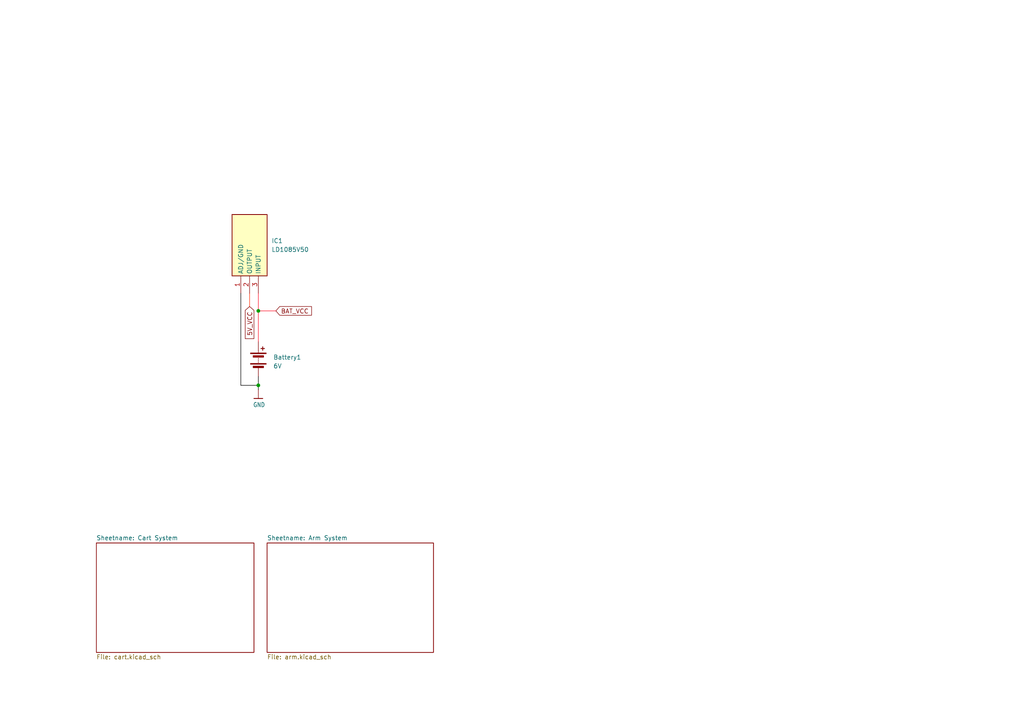
<source format=kicad_sch>
(kicad_sch (version 20231120) (generator "eeschema") (generator_version "8.0")
  (paper "A4")
  (lib_symbols
    (symbol "Adafruit PCA9685 rev C-eagle-import:microbuilder_GND" (power)
      (symbol "microbuilder_GND_1_0"
        (polyline (pts (xy -1.27 0) (xy 1.27 0)) (stroke (width 0.254)))
        (pin power_in line (at 0 2.54 270) (length 2.54) (name "GND") (number "1"))
      )
    )
    (symbol "Device:Battery" (pin_numbers hide) (pin_names (offset 0) hide)
      (property "Reference" "BT" (at 2.54 2.54 0))
      (property "Value" "Battery" (at 2.54 0 0))
      (symbol "Battery_0_1"
        (rectangle (start -2.286 -1.27) (end 2.286 -1.524) (fill (type outline)))
        (rectangle (start -2.286 1.778) (end 2.286 1.524) (fill (type outline)))
        (rectangle (start -1.524 -2.032) (end 1.524 -2.54) (fill (type outline)))
        (rectangle (start -1.524 1.016) (end 1.524 0.508) (fill (type outline)))
        (polyline (pts (xy 0 -1.016) (xy 0 -0.762)))
        (polyline (pts (xy 0 -0.508) (xy 0 -0.254)))
        (polyline (pts (xy 0 0) (xy 0 0.254)))
        (polyline (pts (xy 0 1.778) (xy 0 2.54)))
        (polyline (pts (xy 0.762 3.048) (xy 1.778 3.048)) (stroke (width 0.254)))
        (polyline (pts (xy 1.27 3.556) (xy 1.27 2.54)) (stroke (width 0.254)))
      )
      (symbol "Battery_1_1"
        (pin passive line (at 0 5.08 270) (length 2.54) (name "+") (number "1"))
        (pin passive line (at 0 -5.08 90) (length 2.54) (name "-") (number "2"))
      )
    )
    (symbol "LD1085V50:LD1085V50"
      (property "Reference" "IC" (at 24.13 7.62 0))
      (property "Value" "LD1085V50" (at 24.13 5.08 0))
      (symbol "LD1085V50_1_1"
        (rectangle (start 5.08 2.54) (end 22.86 -7.62) (stroke (width 0.254)) (fill (type background)))
        (pin passive line (at 0 0 0) (length 5.08) (name "ADJ/GND") (number "1"))
        (pin passive line (at 0 -2.54 0) (length 5.08) (name "OUTPUT") (number "2"))
        (pin passive line (at 0 -5.08 0) (length 5.08) (name "INPUT") (number "3"))
      )
    )
  )
  (junction (at 74.93 111.76))
  (junction (at 74.93 90.17))
  (wire (pts (xy 69.85 111.76) (xy 74.93 111.76)) (stroke (width 0) (color 0 0 0 1)))
  (wire (pts (xy 74.93 113.03) (xy 74.93 111.76)) (stroke (width 0) (color 0 0 0 1)))
  (wire (pts (xy 74.93 90.17) (xy 74.93 99.06)) (stroke (width 0) (color 255 15 38 1)))
  (wire (pts (xy 74.93 85.09) (xy 74.93 90.17)) (stroke (width 0) (color 255 15 38 1)))
  (wire (pts (xy 74.93 90.17) (xy 80.01 90.17)) (stroke (width 0) (color 255 15 38 1)))
  (wire (pts (xy 72.39 85.09) (xy 72.39 88.9)) (stroke (width 0) (color 255 43 0 1)))
  (wire (pts (xy 74.93 111.76) (xy 74.93 109.22)) (stroke (width 0) (color 0 0 0 1)))
  (wire (pts (xy 69.85 85.09) (xy 69.85 111.76)) (stroke (width 0) (color 0 0 0 1)))
  (global_label "BAT_VCC" (shape input) (at 80.01 90.17 0) (property "Intersheetrefs" "${INTERSHEET_REFS}" (effects (hide yes))))
  (global_label "5V_VCC" (shape input) (at 72.39 88.9 270) (property "Intersheetrefs" "${INTERSHEET_REFS}" (effects (hide yes))))
  (symbol (lib_id "Device:Battery") (at 74.93 104.14 0) (unit 1)
    (property "Reference" "Battery1" (at 79.248 103.632 0) (effects (justify left)))
    (property "Value" "6V" (at 79.248 106.172 0) (effects (justify left)))
    (property "Description" "Multiple-cell battery" (effects (hide yes)))
  )
  (symbol (lib_id "Adafruit PCA9685 rev C-eagle-import:microbuilder_GND") (at 74.93 115.57 0) (unit 1)
    (property "Reference" "#U$04" (effects (hide yes)))
    (property "Value" "GND" (at 73.406 118.11 0) (effects (font (size 1.27 1.0795)) (justify left bottom)))
  )
  (symbol (lib_id "LD1085V50:LD1085V50") (at 69.85 85.09 90) (unit 1)
    (property "Reference" "IC1" (at 78.74 69.8499 90) (effects (justify right)))
    (property "Value" "LD1085V50" (at 78.74 72.3899 90) (effects (justify right)))
    (property "Footprint" "TO255P460X1020X2008-3P" (effects (hide yes)))
    (property "Datasheet" "http://www.st.com/web/en/resource/technical/document/datasheet/CD00001883.pdf" (effects (hide yes)))
    (property "Description" "LD1085V50, Low Dropout Voltage Regulator, 3A, 5 V +/-1%, 3-Pin TO-220" (effects (hide yes)))
    (property "Height" "4.6" (effects (hide yes)))
    (property "Mouser Part Number" "511-LD1085V50" (effects (hide yes)))
    (property "Mouser Price/Stock" "https://www.mouser.co.uk/ProductDetail/STMicroelectronics/LD1085V50?qs=9iSXU9KXrZlaERTj280krQ%3D%3D" (effects (hide yes)))
    (property "Manufacturer_Name" "STMicroelectronics" (effects (hide yes)))
    (property "Manufacturer_Part_Number" "LD1085V50" (effects (hide yes)))
  )
  (sheet (at 27.94 157.48) (size 45.72 31.75) (stroke (width 0.1524))
    (property "Sheetname" "Cart System" (at 27.94 156.7684 0) (show_name yes) (effects (justify left bottom)))
    (property "Sheetfile" "cart.kicad_sch" (at 27.94 189.8146 0) (effects (justify left top)))
  )
  (sheet (at 77.47 157.48) (size 48.26 31.75) (stroke (width 0.1524))
    (property "Sheetname" "Arm System" (at 77.47 156.7684 0) (show_name yes) (effects (justify left bottom)))
    (property "Sheetfile" "arm.kicad_sch" (at 77.47 189.8146 0) (effects (justify left top)))
  )
)
</source>
